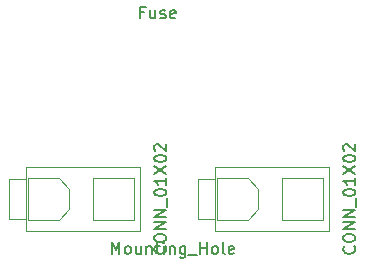
<source format=gbr>
G04 #@! TF.GenerationSoftware,KiCad,Pcbnew,5.0.0-rc2*
G04 #@! TF.CreationDate,2019-06-24T22:39:53-04:00*
G04 #@! TF.ProjectId,pcb,7063622E6B696361645F706362000000,rev?*
G04 #@! TF.SameCoordinates,Original*
G04 #@! TF.FileFunction,Other,Fab,Top*
%FSLAX46Y46*%
G04 Gerber Fmt 4.6, Leading zero omitted, Abs format (unit mm)*
G04 Created by KiCad (PCBNEW 5.0.0-rc2) date Mon Jun 24 22:39:53 2019*
%MOMM*%
%LPD*%
G01*
G04 APERTURE LIST*
%ADD10C,0.050000*%
%ADD11C,0.150000*%
G04 APERTURE END LIST*
D10*
G04 #@! TO.C,P1*
X126250000Y-89300000D02*
X116550000Y-89300000D01*
X116550000Y-89300000D02*
X116550000Y-94700000D01*
X116550000Y-94700000D02*
X126250000Y-94700000D01*
X126250000Y-94700000D02*
X126250000Y-89300000D01*
X116550000Y-90300000D02*
X115150000Y-90300000D01*
X115150000Y-90300000D02*
X115150000Y-93700000D01*
X115150000Y-93700000D02*
X116550000Y-93700000D01*
X125750000Y-90250000D02*
X122250000Y-90250000D01*
X122250000Y-90250000D02*
X122250000Y-93750000D01*
X122250000Y-93750000D02*
X125750000Y-93750000D01*
X125750000Y-93750000D02*
X125750000Y-90250000D01*
X116750000Y-90250000D02*
X119375000Y-90250000D01*
X119375000Y-90250000D02*
X120250000Y-91125000D01*
X120250000Y-91125000D02*
X120250000Y-92875000D01*
X120250000Y-92875000D02*
X119375000Y-93750000D01*
X119375000Y-93750000D02*
X116750000Y-93750000D01*
X116750000Y-93750000D02*
X116750000Y-90250000D01*
G04 #@! TO.C,P2*
X132750000Y-93750000D02*
X132750000Y-90250000D01*
X135375000Y-93750000D02*
X132750000Y-93750000D01*
X136250000Y-92875000D02*
X135375000Y-93750000D01*
X136250000Y-91125000D02*
X136250000Y-92875000D01*
X135375000Y-90250000D02*
X136250000Y-91125000D01*
X132750000Y-90250000D02*
X135375000Y-90250000D01*
X141750000Y-93750000D02*
X141750000Y-90250000D01*
X138250000Y-93750000D02*
X141750000Y-93750000D01*
X138250000Y-90250000D02*
X138250000Y-93750000D01*
X141750000Y-90250000D02*
X138250000Y-90250000D01*
X131150000Y-93700000D02*
X132550000Y-93700000D01*
X131150000Y-90300000D02*
X131150000Y-93700000D01*
X132550000Y-90300000D02*
X131150000Y-90300000D01*
X142250000Y-94700000D02*
X142250000Y-89300000D01*
X132550000Y-94700000D02*
X142250000Y-94700000D01*
X132550000Y-89300000D02*
X132550000Y-94700000D01*
X142250000Y-89300000D02*
X132550000Y-89300000D01*
G04 #@! TD*
G04 #@! TO.C,F1*
D11*
X126592132Y-76190071D02*
X126258799Y-76190071D01*
X126258799Y-76713880D02*
X126258799Y-75713880D01*
X126734989Y-75713880D01*
X127544513Y-76047214D02*
X127544513Y-76713880D01*
X127115942Y-76047214D02*
X127115942Y-76571023D01*
X127163561Y-76666261D01*
X127258799Y-76713880D01*
X127401656Y-76713880D01*
X127496894Y-76666261D01*
X127544513Y-76618642D01*
X127973085Y-76666261D02*
X128068323Y-76713880D01*
X128258799Y-76713880D01*
X128354037Y-76666261D01*
X128401656Y-76571023D01*
X128401656Y-76523404D01*
X128354037Y-76428166D01*
X128258799Y-76380547D01*
X128115942Y-76380547D01*
X128020704Y-76332928D01*
X127973085Y-76237690D01*
X127973085Y-76190071D01*
X128020704Y-76094833D01*
X128115942Y-76047214D01*
X128258799Y-76047214D01*
X128354037Y-76094833D01*
X129211180Y-76666261D02*
X129115942Y-76713880D01*
X128925466Y-76713880D01*
X128830228Y-76666261D01*
X128782609Y-76571023D01*
X128782609Y-76190071D01*
X128830228Y-76094833D01*
X128925466Y-76047214D01*
X129115942Y-76047214D01*
X129211180Y-76094833D01*
X129258799Y-76190071D01*
X129258799Y-76285309D01*
X128782609Y-76380547D01*
G04 #@! TO.C,MK1*
X123833333Y-96652380D02*
X123833333Y-95652380D01*
X124166666Y-96366666D01*
X124499999Y-95652380D01*
X124499999Y-96652380D01*
X125119047Y-96652380D02*
X125023809Y-96604761D01*
X124976190Y-96557142D01*
X124928571Y-96461904D01*
X124928571Y-96176190D01*
X124976190Y-96080952D01*
X125023809Y-96033333D01*
X125119047Y-95985714D01*
X125261904Y-95985714D01*
X125357142Y-96033333D01*
X125404761Y-96080952D01*
X125452380Y-96176190D01*
X125452380Y-96461904D01*
X125404761Y-96557142D01*
X125357142Y-96604761D01*
X125261904Y-96652380D01*
X125119047Y-96652380D01*
X126309523Y-95985714D02*
X126309523Y-96652380D01*
X125880952Y-95985714D02*
X125880952Y-96509523D01*
X125928571Y-96604761D01*
X126023809Y-96652380D01*
X126166666Y-96652380D01*
X126261904Y-96604761D01*
X126309523Y-96557142D01*
X126785714Y-95985714D02*
X126785714Y-96652380D01*
X126785714Y-96080952D02*
X126833333Y-96033333D01*
X126928571Y-95985714D01*
X127071428Y-95985714D01*
X127166666Y-96033333D01*
X127214285Y-96128571D01*
X127214285Y-96652380D01*
X127547619Y-95985714D02*
X127928571Y-95985714D01*
X127690476Y-95652380D02*
X127690476Y-96509523D01*
X127738095Y-96604761D01*
X127833333Y-96652380D01*
X127928571Y-96652380D01*
X128261904Y-96652380D02*
X128261904Y-95985714D01*
X128261904Y-95652380D02*
X128214285Y-95700000D01*
X128261904Y-95747619D01*
X128309523Y-95700000D01*
X128261904Y-95652380D01*
X128261904Y-95747619D01*
X128738095Y-95985714D02*
X128738095Y-96652380D01*
X128738095Y-96080952D02*
X128785714Y-96033333D01*
X128880952Y-95985714D01*
X129023809Y-95985714D01*
X129119047Y-96033333D01*
X129166666Y-96128571D01*
X129166666Y-96652380D01*
X130071428Y-95985714D02*
X130071428Y-96795238D01*
X130023809Y-96890476D01*
X129976190Y-96938095D01*
X129880952Y-96985714D01*
X129738095Y-96985714D01*
X129642857Y-96938095D01*
X130071428Y-96604761D02*
X129976190Y-96652380D01*
X129785714Y-96652380D01*
X129690476Y-96604761D01*
X129642857Y-96557142D01*
X129595238Y-96461904D01*
X129595238Y-96176190D01*
X129642857Y-96080952D01*
X129690476Y-96033333D01*
X129785714Y-95985714D01*
X129976190Y-95985714D01*
X130071428Y-96033333D01*
X130309523Y-96747619D02*
X131071428Y-96747619D01*
X131309523Y-96652380D02*
X131309523Y-95652380D01*
X131309523Y-96128571D02*
X131880952Y-96128571D01*
X131880952Y-96652380D02*
X131880952Y-95652380D01*
X132499999Y-96652380D02*
X132404761Y-96604761D01*
X132357142Y-96557142D01*
X132309523Y-96461904D01*
X132309523Y-96176190D01*
X132357142Y-96080952D01*
X132404761Y-96033333D01*
X132499999Y-95985714D01*
X132642857Y-95985714D01*
X132738095Y-96033333D01*
X132785714Y-96080952D01*
X132833333Y-96176190D01*
X132833333Y-96461904D01*
X132785714Y-96557142D01*
X132738095Y-96604761D01*
X132642857Y-96652380D01*
X132499999Y-96652380D01*
X133404761Y-96652380D02*
X133309523Y-96604761D01*
X133261904Y-96509523D01*
X133261904Y-95652380D01*
X134166666Y-96604761D02*
X134071428Y-96652380D01*
X133880952Y-96652380D01*
X133785714Y-96604761D01*
X133738095Y-96509523D01*
X133738095Y-96128571D01*
X133785714Y-96033333D01*
X133880952Y-95985714D01*
X134071428Y-95985714D01*
X134166666Y-96033333D01*
X134214285Y-96128571D01*
X134214285Y-96223809D01*
X133738095Y-96319047D01*
G04 #@! TO.C,P1*
X128357142Y-96023809D02*
X128404761Y-96071428D01*
X128452380Y-96214285D01*
X128452380Y-96309523D01*
X128404761Y-96452380D01*
X128309523Y-96547619D01*
X128214285Y-96595238D01*
X128023809Y-96642857D01*
X127880952Y-96642857D01*
X127690476Y-96595238D01*
X127595238Y-96547619D01*
X127499999Y-96452380D01*
X127452380Y-96309523D01*
X127452380Y-96214285D01*
X127499999Y-96071428D01*
X127547619Y-96023809D01*
X127452380Y-95404761D02*
X127452380Y-95214285D01*
X127499999Y-95119047D01*
X127595238Y-95023809D01*
X127785714Y-94976190D01*
X128119047Y-94976190D01*
X128309523Y-95023809D01*
X128404761Y-95119047D01*
X128452380Y-95214285D01*
X128452380Y-95404761D01*
X128404761Y-95499999D01*
X128309523Y-95595238D01*
X128119047Y-95642857D01*
X127785714Y-95642857D01*
X127595238Y-95595238D01*
X127499999Y-95499999D01*
X127452380Y-95404761D01*
X128452380Y-94547619D02*
X127452380Y-94547619D01*
X128452380Y-93976190D01*
X127452380Y-93976190D01*
X128452380Y-93499999D02*
X127452380Y-93499999D01*
X128452380Y-92928571D01*
X127452380Y-92928571D01*
X128547619Y-92690476D02*
X128547619Y-91928571D01*
X127452380Y-91499999D02*
X127452380Y-91404761D01*
X127500000Y-91309523D01*
X127547619Y-91261904D01*
X127642857Y-91214285D01*
X127833333Y-91166666D01*
X128071428Y-91166666D01*
X128261904Y-91214285D01*
X128357142Y-91261904D01*
X128404761Y-91309523D01*
X128452380Y-91404761D01*
X128452380Y-91499999D01*
X128404761Y-91595238D01*
X128357142Y-91642857D01*
X128261904Y-91690476D01*
X128071428Y-91738095D01*
X127833333Y-91738095D01*
X127642857Y-91690476D01*
X127547619Y-91642857D01*
X127500000Y-91595238D01*
X127452380Y-91499999D01*
X128452380Y-90214285D02*
X128452380Y-90785714D01*
X128452380Y-90499999D02*
X127452380Y-90499999D01*
X127595238Y-90595238D01*
X127690476Y-90690476D01*
X127738095Y-90785714D01*
X127452380Y-89880952D02*
X128452380Y-89214285D01*
X127452380Y-89214285D02*
X128452380Y-89880952D01*
X127452380Y-88642857D02*
X127452380Y-88547619D01*
X127500000Y-88452380D01*
X127547619Y-88404761D01*
X127642857Y-88357142D01*
X127833333Y-88309523D01*
X128071428Y-88309523D01*
X128261904Y-88357142D01*
X128357142Y-88404761D01*
X128404761Y-88452380D01*
X128452380Y-88547619D01*
X128452380Y-88642857D01*
X128404761Y-88738095D01*
X128357142Y-88785714D01*
X128261904Y-88833333D01*
X128071428Y-88880952D01*
X127833333Y-88880952D01*
X127642857Y-88833333D01*
X127547619Y-88785714D01*
X127500000Y-88738095D01*
X127452380Y-88642857D01*
X127547619Y-87928571D02*
X127500000Y-87880952D01*
X127452380Y-87785714D01*
X127452380Y-87547619D01*
X127500000Y-87452380D01*
X127547619Y-87404761D01*
X127642857Y-87357142D01*
X127738095Y-87357142D01*
X127880952Y-87404761D01*
X128452380Y-87976190D01*
X128452380Y-87357142D01*
G04 #@! TO.C,P2*
X144357142Y-96023809D02*
X144404761Y-96071428D01*
X144452380Y-96214285D01*
X144452380Y-96309523D01*
X144404761Y-96452380D01*
X144309523Y-96547619D01*
X144214285Y-96595238D01*
X144023809Y-96642857D01*
X143880952Y-96642857D01*
X143690476Y-96595238D01*
X143595238Y-96547619D01*
X143499999Y-96452380D01*
X143452380Y-96309523D01*
X143452380Y-96214285D01*
X143499999Y-96071428D01*
X143547619Y-96023809D01*
X143452380Y-95404761D02*
X143452380Y-95214285D01*
X143499999Y-95119047D01*
X143595238Y-95023809D01*
X143785714Y-94976190D01*
X144119047Y-94976190D01*
X144309523Y-95023809D01*
X144404761Y-95119047D01*
X144452380Y-95214285D01*
X144452380Y-95404761D01*
X144404761Y-95500000D01*
X144309523Y-95595238D01*
X144119047Y-95642857D01*
X143785714Y-95642857D01*
X143595238Y-95595238D01*
X143499999Y-95500000D01*
X143452380Y-95404761D01*
X144452380Y-94547619D02*
X143452380Y-94547619D01*
X144452380Y-93976190D01*
X143452380Y-93976190D01*
X144452380Y-93500000D02*
X143452380Y-93500000D01*
X144452380Y-92928571D01*
X143452380Y-92928571D01*
X144547619Y-92690476D02*
X144547619Y-91928571D01*
X143452380Y-91500000D02*
X143452380Y-91404761D01*
X143500000Y-91309523D01*
X143547619Y-91261904D01*
X143642857Y-91214285D01*
X143833333Y-91166666D01*
X144071428Y-91166666D01*
X144261904Y-91214285D01*
X144357142Y-91261904D01*
X144404761Y-91309523D01*
X144452380Y-91404761D01*
X144452380Y-91500000D01*
X144404761Y-91595238D01*
X144357142Y-91642857D01*
X144261904Y-91690476D01*
X144071428Y-91738095D01*
X143833333Y-91738095D01*
X143642857Y-91690476D01*
X143547619Y-91642857D01*
X143500000Y-91595238D01*
X143452380Y-91500000D01*
X144452380Y-90214285D02*
X144452380Y-90785714D01*
X144452380Y-90500000D02*
X143452380Y-90500000D01*
X143595238Y-90595238D01*
X143690476Y-90690476D01*
X143738095Y-90785714D01*
X143452380Y-89880952D02*
X144452380Y-89214285D01*
X143452380Y-89214285D02*
X144452380Y-89880952D01*
X143452380Y-88642857D02*
X143452380Y-88547619D01*
X143500000Y-88452380D01*
X143547619Y-88404761D01*
X143642857Y-88357142D01*
X143833333Y-88309523D01*
X144071428Y-88309523D01*
X144261904Y-88357142D01*
X144357142Y-88404761D01*
X144404761Y-88452380D01*
X144452380Y-88547619D01*
X144452380Y-88642857D01*
X144404761Y-88738095D01*
X144357142Y-88785714D01*
X144261904Y-88833333D01*
X144071428Y-88880952D01*
X143833333Y-88880952D01*
X143642857Y-88833333D01*
X143547619Y-88785714D01*
X143500000Y-88738095D01*
X143452380Y-88642857D01*
X143547619Y-87928571D02*
X143500000Y-87880952D01*
X143452380Y-87785714D01*
X143452380Y-87547619D01*
X143500000Y-87452380D01*
X143547619Y-87404761D01*
X143642857Y-87357142D01*
X143738095Y-87357142D01*
X143880952Y-87404761D01*
X144452380Y-87976190D01*
X144452380Y-87357142D01*
G04 #@! TD*
M02*

</source>
